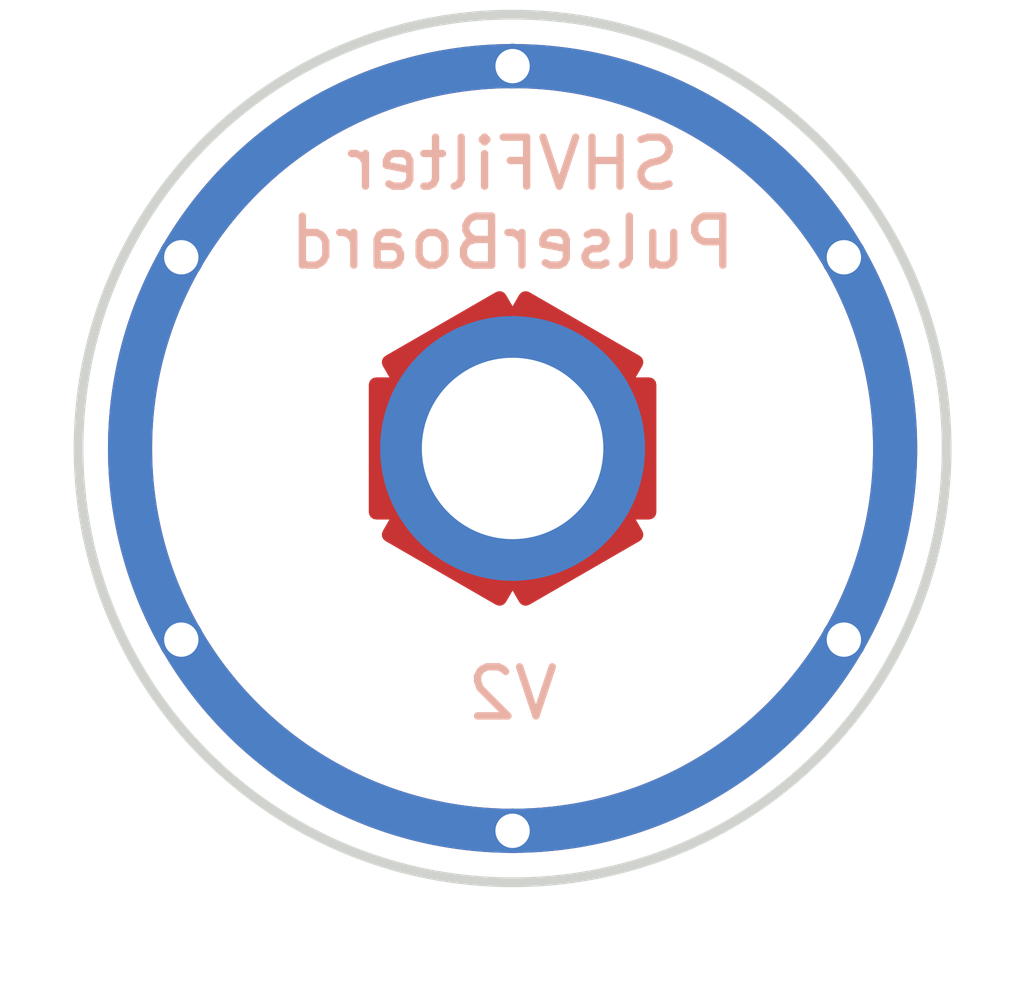
<source format=kicad_pcb>
(kicad_pcb (version 20211014) (generator pcbnew)
  (layers (0 "F.Cu" signal) (31 "B.Cu" signal) (34 "B.Paste" user) (35 "F.Paste" user) (36 "B.SilkS" user "B.Silkscreen") (37 "F.SilkS" user "F.Silkscreen") (38 "B.Mask" user) (39 "F.Mask" user) (44 "Edge.Cuts" user))
  (net 0 "")
  (net 1 "Net-(C1-Pad1)")
  (net 2 "Net-(C1-Pad2)")
  (footprint "Library:RG-174MinHole" (layer "F.Cu") (at 160.755 79.9)
    (fp_text reference "J2")
    (fp_text value "PulseLine")
    (pad "1" thru_hole circle (at 0 0) (size 0.91 0.91) (drill 0.7) (layers *.Cu *.Mask) (net 1 "Net-(C1-Pad1)"))
  )
  (footprint "Library:HV2225SideMount" (layer "F.Cu") (at 154 76 -60)
    (fp_text reference "C6" hide)
    (fp_text value "2.7nF")
    (pad "1" smd roundrect (at 2.632 0 300) (size 0.6 2.9) (layers "F.Cu" "F.Paste" "F.Mask") (net 1 "Net-(C1-Pad1)"))
    (pad "2" smd roundrect (at 7.72 0 120) (size 0.6 2.9) (layers "F.Cu" "F.Paste" "F.Mask") (net 2 "Net-(C1-Pad2)"))
  )
  (footprint "Library:RG-174MinHole" (layer "F.Cu") (at 147.245 79.9)
    (fp_text reference "J3")
    (fp_text value "PulseLine")
    (pad "1" thru_hole circle (at 0 0) (size 0.91 0.91) (drill 0.7) (layers *.Cu *.Mask) (net 1 "Net-(C1-Pad1)"))
  )
  (footprint "Library:RG-174MinHole" (layer "F.Cu") (at 154 83.8)
    (fp_text reference "J7")
    (fp_text value "PulseLine")
    (pad "1" thru_hole circle (at 0 0) (size 0.91 0.91) (drill 0.7) (layers *.Cu *.Mask) (net 1 "Net-(C1-Pad1)"))
  )
  (footprint "Library:RG-174MinHole" (layer "F.Cu") (at 160.755 72.1)
    (fp_text reference "J5")
    (fp_text value "PulseLine")
    (pad "1" thru_hole circle (at 0 0) (size 0.91 0.91) (drill 0.7) (layers *.Cu *.Mask) (net 1 "Net-(C1-Pad1)"))
  )
  (footprint "Library:HV2225SideMount" (layer "F.Cu") (at 154 76 -120)
    (fp_text reference "C5" hide)
    (fp_text value "2.7nF")
    (pad "1" smd roundrect (at 2.632 0 240) (size 0.6 2.9) (layers "F.Cu" "F.Paste" "F.Mask") (net 1 "Net-(C1-Pad1)"))
    (pad "2" smd roundrect (at 7.72 0 60) (size 0.6 2.9) (layers "F.Cu" "F.Paste" "F.Mask") (net 2 "Net-(C1-Pad2)"))
  )
  (footprint "Library:HV2225SideMount" (layer "F.Cu") (at 154 76 60)
    (fp_text reference "C2" hide)
    (fp_text value "2.7nF")
    (pad "1" smd roundrect (at 2.632 0 60) (size 0.6 2.9) (layers "F.Cu" "F.Paste" "F.Mask") (net 1 "Net-(C1-Pad1)"))
    (pad "2" smd roundrect (at 7.72 0 240) (size 0.6 2.9) (layers "F.Cu" "F.Paste" "F.Mask") (net 2 "Net-(C1-Pad2)"))
  )
  (footprint "MountingHole:MountingHole_2.7mm_M2.5_Pad" (layer "F.Cu") (at 154 76)
    (fp_text reference "J1" hide)
    (fp_text value "CenterHole")
    (pad "1" thru_hole circle (at 0 0) (size 5.4 5.4) (drill 3.7) (layers *.Cu *.Mask) (net 2 "Net-(C1-Pad2)"))
  )
  (footprint "Library:RG-174MinHole" (layer "F.Cu") (at 147.245 72.1)
    (fp_text reference "J6")
    (fp_text value "PulseLine")
    (pad "1" thru_hole circle (at 0 0) (size 0.91 0.91) (drill 0.7) (layers *.Cu *.Mask) (net 1 "Net-(C1-Pad1)"))
  )
  (footprint "Library:RG-174MinHole" (layer "F.Cu") (at 154 68.2)
    (fp_text reference "J4")
    (fp_text value "PulseLine")
    (pad "1" thru_hole circle (at 0 0) (size 0.91 0.91) (drill 0.7) (layers *.Cu *.Mask) (net 1 "Net-(C1-Pad1)"))
  )
  (footprint "Library:HV2225SideMount" (layer "F.Cu") (at 154 76 120)
    (fp_text reference "C3" hide)
    (fp_text value "2.7nF")
    (pad "1" smd roundrect (at 2.632 0 120) (size 0.6 2.9) (layers "F.Cu" "F.Paste" "F.Mask") (net 1 "Net-(C1-Pad1)"))
    (pad "2" smd roundrect (at 7.72 0 300) (size 0.6 2.9) (layers "F.Cu" "F.Paste" "F.Mask") (net 2 "Net-(C1-Pad2)"))
  )
  (footprint "Library:HV2225SideMount" (layer "F.Cu") (at 154 76 180)
    (fp_text reference "C4" hide)
    (fp_text value "2.7nF")
    (pad "1" smd roundrect (at 2.632 0 180) (size 0.6 2.9) (layers "F.Cu" "F.Paste" "F.Mask") (net 1 "Net-(C1-Pad1)"))
    (pad "2" smd roundrect (at 7.72 0) (size 0.6 2.9) (layers "F.Cu" "F.Paste" "F.Mask") (net 2 "Net-(C1-Pad2)"))
  )
  (footprint "Library:HV2225SideMount" (layer "F.Cu") (at 154 76)
    (fp_text reference "C1" hide)
    (fp_text value "2.7nF")
    (pad "1" smd roundrect (at 2.632 0) (size 0.6 2.9) (layers "F.Cu" "F.Paste" "F.Mask") (net 1 "Net-(C1-Pad1)"))
    (pad "2" smd roundrect (at 7.72 0 180) (size 0.6 2.9) (layers "F.Cu" "F.Paste" "F.Mask") (net 2 "Net-(C1-Pad2)"))
  )
  (gr_circle (center 154 76) (end 161.8 76) (layer "F.Cu") (width 0.9) (fill none))
  (gr_circle (center 154 76) (end 161.8 76) (layer "B.Cu") (width 0.9) (fill none))
  (gr_circle (center 154 76) (end 162.85 76) (layer "Edge.Cuts") (width 0.2) (fill none))
  (gr_text "V2" (at 154 81) (layer "B.SilkS") (effects (font (size 1 1)) (justify mirror)))
  (gr_text "SHVFilter\nPulserBoard" (at 154 71) (layer "B.SilkS") (effects (font (size 1 1)) (justify mirror)))
)
</source>
